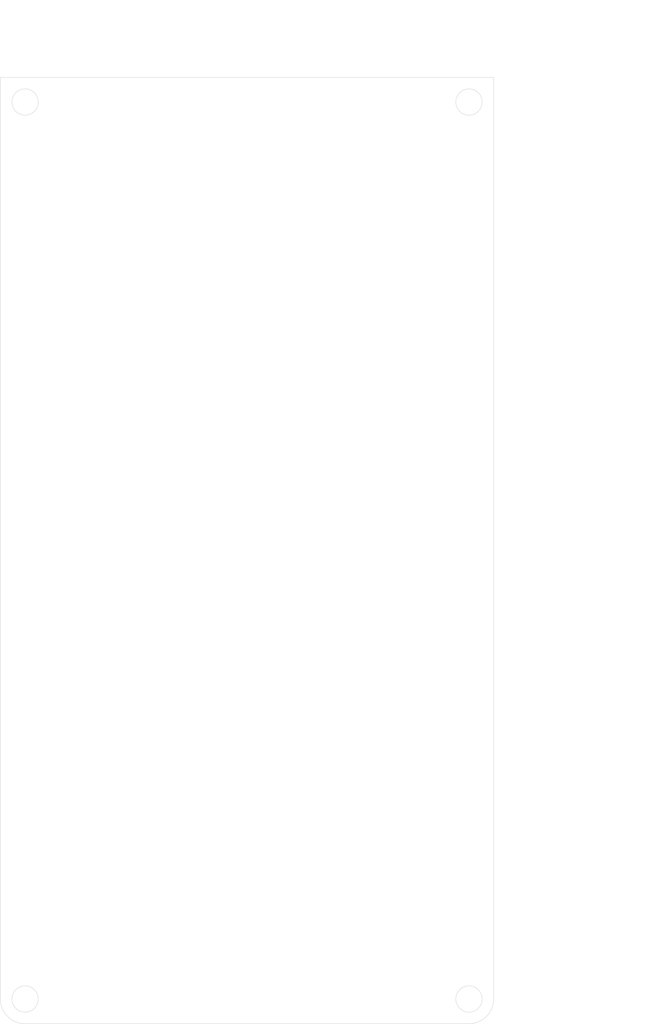
<source format=kicad_pcb>
(kicad_pcb
	(version 20240108)
	(generator "pcbnew")
	(generator_version "8.0")
	(general
		(thickness 1.6)
		(legacy_teardrops no)
	)
	(paper "A4")
	(layers
		(0 "F.Cu" signal)
		(31 "B.Cu" signal)
		(32 "B.Adhes" user "B.Adhesive")
		(33 "F.Adhes" user "F.Adhesive")
		(34 "B.Paste" user)
		(35 "F.Paste" user)
		(36 "B.SilkS" user "B.Silkscreen")
		(37 "F.SilkS" user "F.Silkscreen")
		(38 "B.Mask" user)
		(39 "F.Mask" user)
		(40 "Dwgs.User" user "User.Drawings")
		(41 "Cmts.User" user "User.Comments")
		(42 "Eco1.User" user "User.Eco1")
		(43 "Eco2.User" user "User.Eco2")
		(44 "Edge.Cuts" user)
		(45 "Margin" user)
		(46 "B.CrtYd" user "B.Courtyard")
		(47 "F.CrtYd" user "F.Courtyard")
		(48 "B.Fab" user)
		(49 "F.Fab" user)
		(50 "User.1" user)
		(51 "User.2" user)
		(52 "User.3" user)
		(53 "User.4" user)
		(54 "User.5" user)
		(55 "User.6" user)
		(56 "User.7" user)
		(57 "User.8" user)
		(58 "User.9" user)
	)
	(setup
		(pad_to_mask_clearance 0)
		(allow_soldermask_bridges_in_footprints no)
		(pcbplotparams
			(layerselection 0x0001000_7ffffffe)
			(plot_on_all_layers_selection 0x0000000_00000000)
			(disableapertmacros no)
			(usegerberextensions no)
			(usegerberattributes yes)
			(usegerberadvancedattributes yes)
			(creategerberjobfile yes)
			(dashed_line_dash_ratio 12.000000)
			(dashed_line_gap_ratio 3.000000)
			(svgprecision 4)
			(plotframeref no)
			(viasonmask no)
			(mode 1)
			(useauxorigin no)
			(hpglpennumber 1)
			(hpglpenspeed 20)
			(hpglpendiameter 15.000000)
			(pdf_front_fp_property_popups yes)
			(pdf_back_fp_property_popups yes)
			(dxfpolygonmode yes)
			(dxfimperialunits yes)
			(dxfusepcbnewfont yes)
			(psnegative no)
			(psa4output no)
			(plotreference yes)
			(plotvalue yes)
			(plotfptext yes)
			(plotinvisibletext no)
			(sketchpadsonfab no)
			(subtractmaskfromsilk no)
			(outputformat 3)
			(mirror no)
			(drillshape 0)
			(scaleselection 1)
			(outputdirectory "./")
		)
	)
	(net 0 "")
	(gr_line
		(start 58 175)
		(end 112 175)
		(stroke
			(width 0.05)
			(type default)
		)
		(layer "Edge.Cuts")
		(uuid "0229a380-cc41-43ac-af82-9e416e93142c")
	)
	(gr_line
		(start 55 60)
		(end 55 172)
		(stroke
			(width 0.05)
			(type default)
		)
		(layer "Edge.Cuts")
		(uuid "105c25eb-a35e-446e-b609-ffecacdd5fb8")
	)
	(gr_line
		(start 115 172)
		(end 115 60)
		(stroke
			(width 0.05)
			(type default)
		)
		(layer "Edge.Cuts")
		(uuid "2fc215f2-989c-478b-9549-8f22cb32f433")
	)
	(gr_circle
		(center 58 172)
		(end 59.6 172)
		(stroke
			(width 0.05)
			(type default)
		)
		(fill none)
		(layer "Edge.Cuts")
		(uuid "4826731b-9de6-483c-a116-c099c52afafa")
	)
	(gr_circle
		(center 58 63)
		(end 59.6 63)
		(stroke
			(width 0.05)
			(type default)
		)
		(fill none)
		(layer "Edge.Cuts")
		(uuid "56f0e76a-6998-429b-9ca0-99cc273d40c6")
	)
	(gr_line
		(start 55 60)
		(end 115 60)
		(stroke
			(width 0.05)
			(type default)
		)
		(layer "Edge.Cuts")
		(uuid "a1c2f334-fa09-495f-a343-5cd70e4bca93")
	)
	(gr_circle
		(center 112 63)
		(end 113.6 63)
		(stroke
			(width 0.05)
			(type default)
		)
		(fill none)
		(layer "Edge.Cuts")
		(uuid "a7bc99e7-dce6-4083-b112-899fdb70b155")
	)
	(gr_arc
		(start 58 175)
		(mid 55.87868 174.12132)
		(end 55 172)
		(stroke
			(width 0.05)
			(type default)
		)
		(layer "Edge.Cuts")
		(uuid "b554f016-87d2-498b-9b38-0569cdbd46da")
	)
	(gr_circle
		(center 112 172)
		(end 113.6 172)
		(stroke
			(width 0.05)
			(type default)
		)
		(fill none)
		(layer "Edge.Cuts")
		(uuid "dc9dc17f-9da1-4d19-8686-90944d23124e")
	)
	(gr_arc
		(start 115 172)
		(mid 114.12132 174.12132)
		(end 112 175)
		(stroke
			(width 0.05)
			(type default)
		)
		(layer "Edge.Cuts")
		(uuid "e510ba8d-c79d-4b39-b684-2fbbebc68e6c")
	)
	(gr_line
		(start 55 60)
		(end 55 175)
		(stroke
			(width 0.1)
			(type default)
		)
		(layer "User.1")
		(uuid "02f598d8-bf0f-4418-9144-0a5aded4afd0")
	)
	(gr_rect
		(start 92.5 109)
		(end 107.5 129)
		(stroke
			(width 0.1)
			(type default)
		)
		(fill none)
		(layer "User.1")
		(uuid "084cffdb-ba4e-4c5f-8b46-83090d99991e")
	)
	(gr_rect
		(start 62.5 89)
		(end 77.5 109)
		(stroke
			(width 0.1)
			(type default)
		)
		(fill none)
		(layer "User.1")
		(uuid "20ce94ca-341a-4b1e-9d1a-bf2eb96e505a")
	)
	(gr_rect
		(start 77.5 149)
		(end 92.5 169)
		(stroke
			(width 0.1)
			(type default)
		)
		(fill none)
		(layer "User.1")
		(uuid "3459f605-c19d-457f-9839-3687d094411b")
	)
	(gr_rect
		(start 92.5 149)
		(end 107.5 169)
		(stroke
			(width 0.1)
			(type default)
		)
		(fill none)
		(layer "User.1")
		(uuid "3b05148a-b50c-4a42-86c4-3443d54c288f")
	)
	(gr_rect
		(start 62.5 69)
		(end 77.5 89)
		(stroke
			(width 0.1)
			(type default)
		)
		(fill none)
		(layer "User.1")
		(uuid "46014ca7-f20f-43ee-a664-107ecfef1987")
	)
	(gr_rect
		(start 92.5 129)
		(end 107.5 149)
		(stroke
			(width 0.1)
			(type default)
		)
		(fill none)
		(layer "User.1")
		(uuid "4eff7a9e-d53d-4984-93f3-da1df31c6f46")
	)
	(gr_rect
		(start 77.5 89)
		(end 92.5 109)
		(stroke
			(width 0.1)
			(type default)
		)
		(fill none)
		(layer "User.1")
		(uuid "6636d282-501e-40bb-a914-797a46a03e02")
	)
	(gr_rect
		(start 62.5 129)
		(end 77.5 149)
		(stroke
			(width 0.1)
			(type default)
		)
		(fill none)
		(layer "User.1")
		(uuid "677da1a8-acc5-4894-935f-2659ad4f7356")
	)
	(gr_rect
		(start 77.5 109)
		(end 92.5 129)
		(stroke
			(width 0.1)
			(type default)
		)
		(fill none)
		(layer "User.1")
		(uuid "6ea96248-7ee7-4f93-a78a-03da1d364838")
	)
	(gr_line
		(start 55 175)
		(end 115 175)
		(stroke
			(width 0.1)
			(type default)
		)
		(layer "User.1")
		(uuid "7d2a7e9d-008c-466b-b57a-4e7a9c915991")
	)
	(gr_rect
		(start 77.5 129)
		(end 92.5 149)
		(stroke
			(width 0.1)
			(type default)
		)
		(fill none)
		(layer "User.1")
		(uuid "828d4fc0-5105-4cdd-be8f-bd5856ea9a2e")
	)
	(gr_line
		(start 115 60)
		(end 115 175)
		(stroke
			(width 0.1)
			(type default)
		)
		(layer "User.1")
		(uuid "b97198dc-41b6-42c8-af96-327af0069b24")
	)
	(gr_line
		(start 55 60)
		(end 115 60)
		(stroke
			(width 0.1)
			(type default)
		)
		(layer "User.1")
		(uuid "bc3fa816-dbc7-4f90-9e18-d9155c3b4451")
	)
	(gr_rect
		(start 92.5 89)
		(end 107.5 109)
		(stroke
			(width 0.1)
			(type default)
		)
		(fill none)
		(layer "User.1")
		(uuid "bd793c9f-b322-489f-aa6b-c2efbd4dd966")
	)
	(gr_rect
		(start 62.5 149)
		(end 77.5 169)
		(stroke
			(width 0.1)
			(type default)
		)
		(fill none)
		(layer "User.1")
		(uuid "c10c8115-2136-4621-bdf1-1bc9b121d07e")
	)
	(gr_rect
		(start 77.5 69)
		(end 92.5 89)
		(stroke
			(width 0.1)
			(type default)
		)
		(fill none)
		(layer "User.1")
		(uuid "cd6c0521-6cb7-443b-9421-14631720da7a")
	)
	(gr_rect
		(start 62.5 109)
		(end 77.5 129)
		(stroke
			(width 0.1)
			(type default)
		)
		(fill none)
		(layer "User.1")
		(uuid "d190d352-9e9e-451c-8d76-43fb43206639")
	)
	(gr_rect
		(start 92.5 69)
		(end 107.5 89)
		(stroke
			(width 0.1)
			(type default)
		)
		(fill none)
		(layer "User.1")
		(uuid "e0218d6f-3747-4bae-b293-66d77e03783a")
	)
	(dimension
		(type aligned)
		(layer "User.2")
		(uuid "a8e6604e-d6e0-4b4f-acf7-c6a8e5afe3b6")
		(pts
			(xy 55 60) (xy 115 60)
		)
		(height -7.4)
		(gr_text "60.0000 mm"
			(at 85 51.45 0)
			(layer "User.2")
			(uuid "a8e6604e-d6e0-4b4f-acf7-c6a8e5afe3b6")
			(effects
				(font
					(size 1 1)
					(thickness 0.15)
				)
			)
		)
		(format
			(prefix "")
			(suffix "")
			(units 3)
			(units_format 1)
			(precision 4)
		)
		(style
			(thickness 0.1)
			(arrow_length 1.27)
			(text_position_mode 0)
			(extension_height 0.58642)
			(extension_offset 0.5) keep_text_aligned)
	)
	(dimension
		(type aligned)
		(layer "User.2")
		(uuid "cb19f292-66bd-4d6a-a54e-a7d626102eba")
		(pts
			(xy 115 60) (xy 115 175)
		)
		(height -16)
		(gr_text "115.0000 mm"
			(at 129.85 117.5 90)
			(layer "User.2")
			(uuid "cb19f292-66bd-4d6a-a54e-a7d626102eba")
			(effects
				(font
					(size 1 1)
					(thickness 0.15)
				)
			)
		)
		(format
			(prefix "")
			(suffix "")
			(units 3)
			(units_format 1)
			(precision 4)
		)
		(style
			(thickness 0.1)
			(arrow_length 1.27)
			(text_position_mode 0)
			(extension_height 0.58642)
			(extension_offset 0.5) keep_text_aligned)
	)
)

</source>
